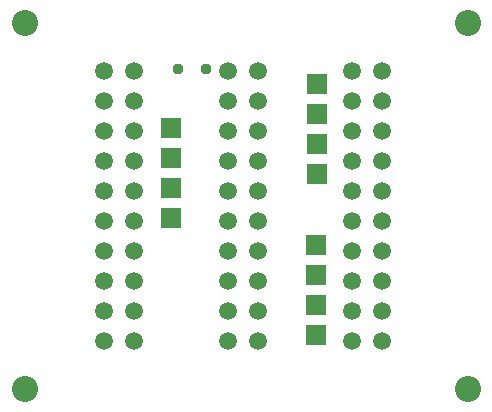
<source format=gbr>
G04 EAGLE Gerber RS-274X export*
G75*
%MOMM*%
%FSLAX34Y34*%
%LPD*%
%INSoldermask Bottom*%
%IPPOS*%
%AMOC8*
5,1,8,0,0,1.08239X$1,22.5*%
G01*
%ADD10C,2.203200*%
%ADD11C,1.511200*%
%ADD12R,1.711200X1.711200*%
%ADD13C,0.959600*%


D10*
X20000Y330000D03*
X395000Y330000D03*
X20000Y20000D03*
X395000Y20000D03*
D11*
X112700Y60700D03*
X87300Y60700D03*
X112700Y86100D03*
X87300Y86100D03*
X112700Y111500D03*
X87300Y111500D03*
X112700Y136900D03*
X87300Y136900D03*
X112700Y162300D03*
X87300Y162300D03*
X112700Y187700D03*
X87300Y187700D03*
X112700Y213100D03*
X87300Y213100D03*
X112700Y238500D03*
X87300Y238500D03*
X112700Y263900D03*
X87300Y263900D03*
X112700Y289300D03*
X87300Y289300D03*
X217700Y60700D03*
X192300Y60700D03*
X217700Y86100D03*
X192300Y86100D03*
X217700Y111500D03*
X192300Y111500D03*
X217700Y136900D03*
X192300Y136900D03*
X217700Y162300D03*
X192300Y162300D03*
X217700Y187700D03*
X192300Y187700D03*
X217700Y213100D03*
X192300Y213100D03*
X217700Y238500D03*
X192300Y238500D03*
X217700Y263900D03*
X192300Y263900D03*
X217700Y289300D03*
X192300Y289300D03*
X322700Y60700D03*
X297300Y60700D03*
X322700Y86100D03*
X297300Y86100D03*
X322700Y111500D03*
X297300Y111500D03*
X322700Y136900D03*
X297300Y136900D03*
X322700Y162300D03*
X297300Y162300D03*
X322700Y187700D03*
X297300Y187700D03*
X322700Y213100D03*
X297300Y213100D03*
X322700Y238500D03*
X297300Y238500D03*
X322700Y263900D03*
X297300Y263900D03*
X322700Y289300D03*
X297300Y289300D03*
D12*
X143500Y241200D03*
X143500Y165000D03*
X143500Y215800D03*
X143500Y190400D03*
X267000Y65800D03*
X267000Y142000D03*
X267000Y91200D03*
X267000Y116600D03*
X267500Y201800D03*
X267500Y278000D03*
X267500Y227200D03*
X267500Y252600D03*
D13*
X149606Y291338D03*
X173228Y291338D03*
M02*

</source>
